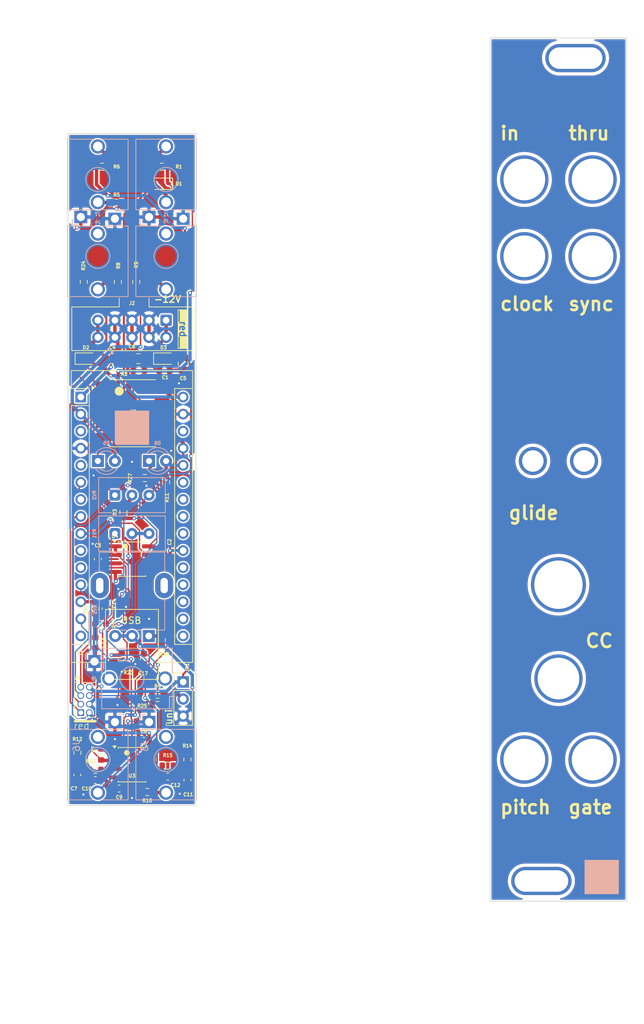
<source format=kicad_pcb>
(kicad_pcb (version 20241229) (generator "pcbnew") (generator_version "9.0")
  (layers (0 "F.Cu" signal) (2 "B.Cu" signal) (13 "F.Paste" user) (15 "B.Paste" user) (5 "F.SilkS" user "F.Silkscreen") (7 "B.SilkS" user "B.Silkscreen") (1 "F.Mask" user) (3 "B.Mask" user) (25 "Edge.Cuts" user))
  (net 0 "")
  (net 1 "B_GND")
  (net 4 "CLOCK2")
  (net 6 "B_+12V")
  (net 10 "B_+5V")
  (net 12 "Net-(C7-Pad1)")
  (net 17 "Net-(J7-PadT)")
  (net 18 "Net-(J7-PadR)")
  (net 19 "B_-12V")
  (net 20 "Net-(D1-A)")
  (net 21 "Net-(D1-K)")
  (net 22 "Net-(J1-PadT)")
  (net 23 "Net-(J3-PadT)")
  (net 25 "Net-(J4-PadT)")
  (net 27 "Net-(J5-PadT)")
  (net 28 "Net-(J6-PadT)")
  (net 31 "Net-(C11-Pad1)")
  (net 32 "MIDI_IN")
  (net 33 "Net-(C13-Pad1)")
  (net 36 "CLOCK")
  (net 37 "Net-(R10-Pad2)")
  (net 38 "Net-(D5-K)")
  (net 39 "Net-(D6-K)")
  (net 41 "Net-(J8-PadT)")
  (net 42 "Net-(R3-Pad2)")
  (net 43 "Net-(U3B-+)")
  (net 44 "Net-(R25-Pad1)")
  (net 46 "GATE")
  (net 47 "PITCH")
  (net 48 "CC")
  (net 49 "+12V")
  (net 50 "-12V")
  (net 51 "Net-(U3A-+)")
  (net 52 "Net-(U4A-+)")
  (net 53 "Net-(U3A--)")
  (net 54 "Net-(U3B--)")
  (net 55 "Net-(U4B--)")
  (net 56 "Net-(U4A--)")
  (net 57 "Net-(R18-Pad1)")
  (net 58 "SLEW_OUT")
  (net 59 "SLEW_IN")
  (net 60 "Net-(JP1-C)")
  (net 61 "EXP1")
  (net 62 "EXP7")
  (net 63 "EXP5")
  (net 64 "EXP3")
  (footprint "Capacitor_SMD:C_0805_2012Metric" (layer "F.Cu") (at 127.955 78.74 180)
    (property "Reference" "C6")
    (property "Value" "10u")
  )
  (footprint "Resistor_SMD:R_0603_1608Metric" (layer "F.Cu") (at 131.445 50.165)
    (property "Reference" "R1")
    (property "Value" "220R")
  )
  (footprint "Diode_SMD:D_SOD-323" (layer "F.Cu") (at 131.826 78.74)
    (property "Reference" "D3")
    (property "Value" "1N5819WS")
  )
  (footprint "Capacitor_SMD:C_0603_1608Metric" (layer "F.Cu") (at 131.445 106.045 90)
    (property "Reference" "C2")
    (property "Value" "100n")
  )
  (footprint "Capacitor_SMD:C_0603_1608Metric" (layer "F.Cu") (at 118.872 140.716 -90)
    (property "Reference" "C7")
    (property "Value" "1n")
  )
  (footprint "Diode_SMD:D_SOD-323" (layer "F.Cu") (at 131.445 52.705 180)
    (property "Reference" "D1")
    (property "Value" "1N4148WS")
  )
  (footprint "Resistor_SMD:R_0603_1608Metric" (layer "F.Cu") (at 124.651 55.499 180)
    (property "Reference" "R5")
    (property "Value" "220R")
  )
  (footprint "Capacitor_SMD:C_0603_1608Metric" (layer "F.Cu") (at 135.255 141.465 -90)
    (property "Reference" "C11")
    (property "Value" "1n")
  )
  (footprint "Resistor_SMD:R_0603_1608Metric" (layer "F.Cu") (at 130.81 128.778)
    (property "Reference" "R4")
    (property "Value" "100k")
  )
  (footprint "Custom:Front_Plate_4hp_cut" (layer "F.Cu") (at 190.5 95.25)
    (property "Reference" "B3" (hide yes))
    (property "Value" "Front_Plate" (hide yes))
    (fp_rect (start -10.16 -64.25) (end 10.16 64.25) (stroke (width 0.1)) (fill no) (layer "Edge.Cuts"))
  )
  (footprint "PCM_kikit:Board" (layer "F.Cu") (at 117.475 47.625)
    (property "Reference" "B")
    (property "Value" "Board")
  )
  (footprint "Diode_SMD:D_SOD-323" (layer "F.Cu") (at 120.142 78.74)
    (property "Reference" "D2")
    (property "Value" "1N5819WS")
  )
  (footprint "Resistor_SMD:R_0603_1608Metric" (layer "F.Cu") (at 122.428 137.668 -90)
    (property "Reference" "R7")
    (property "Value" "1k")
  )
  (footprint "Resistor_SMD:R_0603_1608Metric" (layer "F.Cu") (at 132.08 97.155 90)
    (property "Reference" "R11")
    (property "Value" "1k")
  )
  (footprint "Capacitor_SMD:C_0805_2012Metric" (layer "F.Cu") (at 134.62 79.502 90)
    (property "Reference" "C5")
    (property "Value" "10u")
  )
  (footprint "Custom:DrillHole_D6.00" (layer "F.Cu") (at 195.58 63.5)
    (property "Reference" "H6" (hide yes))
    (property "Value" "6mm")
  )
  (footprint "Resistor_SMD:R_0603_1608Metric" (layer "F.Cu") (at 129.286 143.256 180)
    (property "Reference" "R10")
    (property "Value" "1k")
  )
  (footprint "Resistor_SMD:R_0603_1608Metric" (layer "F.Cu") (at 132.334 139.319)
    (property "Reference" "R15")
    (property "Value" "15k")
  )
  (footprint "Resistor_SMD:R_0603_1608Metric" (layer "F.Cu") (at 118.872 137.414 90)
    (property "Reference" "R12")
    (property "Value" "15k")
  )
  (footprint "Capacitor_SMD:C_0603_1608Metric" (layer "F.Cu") (at 121.539 141.478 180)
    (property "Reference" "C10")
    (property "Value" "1n")
  )
  (footprint "Resistor_SMD:R_0603_1608Metric" (layer "F.Cu") (at 127.635 67.31 -90)
    (property "Reference" "R9")
    (property "Value" "1k")
  )
  (footprint "Capacitor_SMD:C_0603_1608Metric" (layer "F.Cu") (at 132.334 140.97)
    (property "Reference" "C12")
    (property "Value" "1n")
  )
  (footprint "Capacitor_SMD:C_0805_2012Metric" (layer "F.Cu") (at 123.952 78.74)
    (property "Reference" "C4")
    (property "Value" "10u")
  )
  (footprint "Resistor_SMD:R_0603_1608Metric" (layer "F.Cu") (at 135.255 138.417 90)
    (property "Reference" "R14")
    (property "Value" "15k")
  )
  (footprint "Package_SO:SOP-8_6.605x9.655mm_P2.54mm" (layer "F.Cu") (at 127.127 86.868)
    (property "Reference" "U1")
    (property "Value" "6N137")
  )
  (footprint "Package_SO:SOIC-8_3.9x4.9mm_P1.27mm" (layer "F.Cu") (at 127 108.585)
    (property "Reference" "U4")
    (property "Value" "TL072")
  )
  (footprint "PCM_kikit:Board" (layer "F.Cu") (at 180.34 34.29)
    (property "Reference" "F")
    (property "Value" "Board")
  )
  (footprint "Custom:DrillHole_D7.00" (layer "F.Cu") (at 190.5 112.395)
    (property "Reference" "H10" (hide yes))
    (property "Value" "7mm")
  )
  (footprint "Resistor_SMD:R_0603_1608Metric" (layer "F.Cu") (at 131.445 120.65 -90)
    (property "Reference" "R18")
    (property "Value" "100")
  )
  (footprint "Capacitor_SMD:C_0603_1608Metric" (layer "F.Cu") (at 125.095 142.748)
    (property "Reference" "C9")
    (property "Value" "100n")
  )
  (footprint "Resistor_SMD:R_0603_1608Metric" (layer "F.Cu") (at 128.905 96.52 180)
    (property "Reference" "R27")
    (property "Value" "4k7")
  )
  (footprint "Resistor_SMD:R_0603_1608Metric" (layer "F.Cu") (at 121.539 139.954 180)
    (property "Reference" "R13")
    (property "Value" "15k")
  )
  (footprint "Custom:DrillHole_D6.00" (layer "F.Cu") (at 195.58 138.43)
    (property "Reference" "H7" (hide yes))
    (property "Value" "6mm")
  )
  (footprint "Resistor_SMD:R_0603_1608Metric" (layer "F.Cu") (at 122.301 118.237 180)
    (property "Reference" "R17")
    (property "Value" "15k")
  )
  (footprint "Custom:DrillHole_D6.00" (layer "F.Cu") (at 185.42 63.5)
    (property "Reference" "H2" (hide yes))
    (property "Value" "6mm")
  )
  (footprint "Resistor_SMD:R_0603_1608Metric" (layer "F.Cu") (at 122.555 50.165)
    (property "Reference" "R6")
    (property "Value" "220R")
  )
  (footprint "Custom:DrillHole_D6.00" (layer "F.Cu") (at 185.42 138.43)
    (property "Reference" "H4" (hide yes))
    (property "Value" "6mm")
  )
  (footprint "Connector_PinSocket_1.27mm:PinSocket_2x04_P1.27mm_Vertical" (layer "F.Cu") (at 119.38 131.445 180)
    (property "Reference" "J9")
    (property "Value" "Conn_02x04_Odd_Even")
  )
  (footprint "Custom:Board_4hp_100mm" (layer "F.Cu") (at 127 95.25)
    (property "Reference" "B2" (hide yes))
    (property "Value" "Board" (hide yes))
    (fp_rect (start -9.525 -50) (end 9.525 50) (stroke (width 0.1)) (fill no) (layer "Edge.Cuts"))
  )
  (footprint "Custom:IDC-Header_2x05_P2.54mm_Vertical_PinOnly" (layer "F.Cu") (at 132.08 73.025 -90)
    (property "Reference" "J2")
    (property "Value" "EuroPower10_THT")
  )
  (footprint "Capacitor_SMD:C_0603_1608Metric" (layer "F.Cu") (at 131.839 80.518)
    (property "Reference" "C1")
    (property "Value" "100n")
  )
  (footprint "Resistor_SMD:R_0603_1608Metric" (layer "F.Cu") (at 125.476 123.444 -90)
    (property "Reference" "R23")
    (property "Value" "1k")
  )
  (footprint "Capacitor_SMD:C_0603_1608Metric" (layer "F.Cu") (at 121.539 121.031 -90)
    (property "Reference" "C13")
    (property "Value" "1n")
  )
  (footprint "Resistor_SMD:R_0603_1608Metric" (layer "F.Cu") (at 124.905 67.31 -90)
    (property "Reference" "R8")
    (property "Value" "1k")
  )
  (footprint "Capacitor_SMD:C_0603_1608Metric" (layer "F.Cu") (at 128.778 123.444 -90)
    (property "Reference" "C17")
    (property "Value" "10n")
  )
  (footprint "Module:Arduino_Nano" (layer "F.Cu") (at 119.38 84.455)
    (property "Reference" "A1")
    (property "Value" "Arduino_Nano_v3.x")
  )
  (footprint "Resistor_SMD:R_0603_1608Metric" (layer "F.Cu") (at 119.825 67.31 90)
    (property "Reference" "R24")
    (property "Value" "4k7")
  )
  (footprint "Resistor_SMD:R_0603_1608Metric" (layer "F.Cu") (at 125.73 101.6 90)
    (property "Reference" "R3")
    (property "Value" "1M")
  )
  (footprint "Capacitor_SMD:C_0603_1608Metric" (layer "F.Cu") (at 123.063 115.951 90)
    (property "Reference" "C14")
    (property "Value" "1n")
  )
  (footprint "Custom:DrillHole_D6.00" (layer "F.Cu") (at 190.5 126.365)
    (property "Reference" "H3" (hide yes))
    (property "Value" "6mm")
  )
  (footprint "Resistor_SMD:R_0603_1608Metric" (layer "F.Cu") (at 128.016 80.518)
    (property "Reference" "R2")
    (property "Value" "10k")
  )
  (footprint "Custom:DrillHole_D3.00" (layer "F.Cu") (at 194.31 93.98)
    (property "Reference" "H9" (hide yes))
    (property "Value" "3mm")
  )
  (footprint "Custom:DrillHole_D6.00" (layer "F.Cu") (at 185.42 52.07)
    (property "Reference" "H1" (hide yes))
    (property "Value" "6mm")
  )
  (footprint "Connector_PinHeader_2.54mm:PinHeader_1x03_P2.54mm_Vertical" (layer "F.Cu") (at 134.62 126.873)
    (property "Reference" "JP1")
    (property "Value" "Jumper_3_Bridged12")
  )
  (footprint "Resistor_SMD:R_0603_1608Metric" (layer "F.Cu") (at 130.81 130.302 180)
    (property "Reference" "R25")
    (property "Value" "100k")
  )
  (footprint "Capacitor_SMD:C_0603_1608Metric" (layer "F.Cu") (at 128.765 135.636 180)
    (property "Reference" "C8")
    (property "Value" "100n")
  )
  (footprint "Custom:DrillHole_D6.00" (layer "F.Cu") (at 195.58 52.07)
    (property "Reference" "H5" (hide yes))
    (property "Value" "6mm")
  )
  (footprint "Package_SO:SOIC-8_3.9x4.9mm_P1.27mm" (layer "F.Cu") (at 127 139.192)
    (property "Reference" "U3")
    (property "Value" "TL072")
  )
  (footprint "Capacitor_SMD:C_0603_1608Metric" (layer "F.Cu") (at 121.92 108.585 -90)
    (property "Reference" "C3")
    (property "Value" "100n")
  )
  (footprint "Custom:DrillHole_D3.00" (layer "F.Cu") (at 186.69 93.98)
    (property "Reference" "H8" (hide yes))
    (property "Value" "3mm")
  )
  (footprint "Resistor_SMD:R_0603_1608Metric" (layer "F.Cu") (at 121.539 115.951 90)
    (property "Reference" "R16")
    (property "Value" "15k")
  )
  (footprint "LED_THT:LED_D3.0mm" (layer "B.Cu") (at 129.54 93.98)
    (property "Reference" "D6")
    (property "Value" "LED")
  )
  (footprint "Potentiometer_THT:Potentiometer_Vishay_T93XA_Horizontal" (layer "B.Cu") (at 124.46 104.775)
    (property "Reference" "RV1")
    (property "Value" "20k")
  )
  (footprint "Potentiometer_THT:Potentiometer_Vishay_T93XA_Horizontal" (layer "B.Cu") (at 124.46 99.06)
    (property "Reference" "RV2")
    (property "Value" "100k")
  )
  (footprint "Custom:Jack_3.5mm_QingPu_WQP-PJ398SM_Vertical_CircularHoles_R" (layer "B.Cu") (at 132.08 138.43 180)
    (property "Reference" "J3")
    (property "Value" "Pitch")
  )
  (footprint "EuroRackTools:Potentiometer_Alpha_RD901F-40-00D_Single_Vertical" (layer "B.Cu") (at 129.5 120.025 90)
    (property "Reference" "RV5")
    (property "Value" "A100k")
  )
  (footprint "Custom:Jack_3.5mm_QingPu_WQP-PJ398SM_Vertical_CircularHoles_L" (layer "B.Cu") (at 132.08 63.5 180)
    (property "Reference" "J5")
    (property "Value" "Clock2")
  )
  (footprint "LED_THT:LED_D3.0mm" (layer "B.Cu") (at 121.92 93.98)
    (property "Reference" "D5")
    (property "Value" "LED")
  )
  (footprint "Custom:Jack_3.5mm_QingPu_WQP-PJ366ST_Vertical_CircularHoles_L" (layer "B.Cu") (at 132.08 52.07)
    (property "Reference" "J1")
    (property "Value" "MIDI In")
  )
  (footprint "Custom:Jack_3.5mm_QingPu_WQP-PJ366ST_Vertical_CircularHoles_L" (layer "B.Cu") (at 121.92 52.07)
    (property "Reference" "J7")
    (property "Value" "MIDI Through")
  )
  (footprint "Custom:Jack_3.5mm_QingPu_WQP-PJ398SM_Vertical_CircularHoles_L" (layer "B.Cu") (at 121.92 63.5 180)
    (property "Reference" "J4")
    (property "Value" "Clock")
  )
  (footprint "Custom:Jack_3.5mm_QingPu_WQP-PJ398SM_Vertical_CircularHoles_L" (layer "B.Cu") (at 121.92 138.43 180)
    (property "Reference" "J6")
    (property "Value" "Gate")
  )
  (footprint "Custom:Jack_3.5mm_QingPu_WQP-PJ398SM_Vertical_CircularHoles_L" (layer "B.Cu") (at 127 126.365 -90)
    (property "Reference" "J8")
    (property "Value" "CC")
  )
  (gr_rect (start 118.43 132.588) (end 121.666 132.842) (stroke (width 0.1)) (fill yes) (layer "F.SilkS"))
  (gr_line (start 132.08 132.9055) (end 132.08 133.2865) (stroke (width 0.1)) (layer "F.SilkS"))
  (gr_line (start 132.588 129.032) (end 133.35 129.032) (stroke (width 0.1)) (layer "F.SilkS"))
  (gr_line (start 132.588 130.8735) (end 132.588 129.032) (stroke (width 0.1)) (layer "F.SilkS"))
  (gr_circle (center 125.095 83.58779) (end 125.095 84.201) (stroke (width 0.1)) (fill yes) (layer "F.SilkS"))
  (gr_circle (center 126.238 137.414) (end 126.492 137.16) (stroke (width 0.1)) (fill yes) (layer "F.SilkS"))
  (gr_circle (center 125.984 106.68) (end 125.73 106.426) (stroke (width 0.1)) (fill yes) (layer "F.SilkS"))
  (gr_line (start 132.08 133.35) (end 133.35 133.35) (stroke (width 0.1)) (layer "F.SilkS"))
  (gr_rect (start 124.5 86.527) (end 129.5 91.527) (stroke (width 0.1)) (fill yes) (layer "B.SilkS"))
  (gr_rect (start 194.437 153.416) (end 199.437 158.416) (stroke (width 0.1)) (fill yes) (layer "B.SilkS"))
  (gr_text "red" (at 118.237 133.985 0) (layer "F.SilkS") (effects (font (size 1 1) (thickness 0.1)) (justify left bottom)))
  (gr_text "in" (at 181.61 46.355 0) (layer "F.SilkS") (effects (font (size 2 2) (thickness 0.4) (bold yes)) (justify left bottom)))
  (gr_text "gate" (at 191.77 146.685 0) (layer "F.SilkS") (effects (font (size 2 2) (thickness 0.4) (bold yes)) (justify left bottom)))
  (gr_text "glide" (at 182.88 102.87 0) (layer "F.SilkS") (effects (font (size 2 2) (thickness 0.4) (bold yes)) (justify left bottom)))
  (gr_text "thru" (at 191.77 46.355 0) (layer "F.SilkS") (effects (font (size 2 2) (thickness 0.4) (bold yes)) (justify left bottom)))
  (gr_text "clock" (at 181.61 71.755 0) (layer "F.SilkS") (effects (font (size 2 2) (thickness 0.4) (bold yes)) (justify left bottom)))
  (gr_text "pitch" (at 181.61 146.685 0) (layer "F.SilkS") (effects (font (size 2 2) (thickness 0.4) (bold yes)) (justify left bottom)))
  (gr_text "uni" (at 133.096 133.35 90) (layer "F.SilkS") (effects (font (size 1 1) (thickness 0.2) (bold yes)) (justify left bottom)))
  (gr_text "sync" (at 191.77 71.755 0) (layer "F.SilkS") (effects (font (size 2 2) (thickness 0.4) (bold yes)) (justify left bottom)))
  (gr_text "CC" (at 194.31 121.92 0) (layer "F.SilkS") (effects (font (size 2 2) (thickness 0.4) (bold yes)) (justify left bottom)))
  (segment (start 129.54 73.025) (end 129.54 75.565) (width 0.5) (layer "F.Cu") (net 1))
  (segment (start 127 73.025) (end 127 75.565) (width 0.5) (layer "F.Cu") (net 1))
  (segment (start 127.005 75.57) (end 127 75.565) (width 0.5) (layer "F.Cu") (net 1))
  (segment (start 127.508 124.206) (end 128.765 124.206) (width 0.2) (layer "F.Cu") (net 1))
  (segment (start 123.063 115.176) (end 123.063 114.935) (width 0.5) (layer "F.Cu") (net 1))
  (segment (start 128.765 124.206) (end 128.778 124.219) (width 0.2) (layer "F.Cu") (net 1))
  (segment (start 124.902 78.74) (end 124.902 76.007) (width 0.5) (layer "F.Cu") (net 1))
  (segment (start 127.005 78.74) (end 127.005 75.57) (width 0.5) (layer "F.Cu") (net 1))
  (segment (start 123.063 114.935) (end 124.968 113.03) (width 0.5) (layer "F.Cu") (net 1))
  (segment (start 124.46 73.025) (end 124.46 75.565) (width 0.5) (layer "F.Cu") (net 1))
  (segment (start 124.902 76.007) (end 124.46 75.565) (width 0.5) (layer "F.Cu") (net 1))
  (via (at 126.111 115.697) (size 0.6) (drill 0.3) (layers "F.Cu" "B.Cu") (net 1))
  (via (at 129.159 97.663) (size 0.6) (drill 0.3) (layers "F.Cu" "B.Cu") (net 1))
  (via (at 121.158 106.299) (size 0.6) (drill 0.3) (layers "F.Cu" "B.Cu") (net 1))
  (via (at 134.112 143.51) (size 0.6) (drill 0.3) (layers "F.Cu" "B.Cu") (net 1))
  (via (at 127.508 124.206) (size 0.6) (drill 0.3) (layers "F.Cu" "B.Cu") (net 1))
  (via (at 132.842 92.456) (size 0.6) (drill 0.3) (layers "F.Cu" "B.Cu") (net 1))
  (via (at 125.476 125.349) (size 0.6) (drill 0.3) (layers "F.Cu" "B.Cu") (net 1))
  (via (at 124.968 113.03) (size 0.6) (drill 0.3) (layers "F.Cu" "B.Cu") (net 1))
  (via (at 124.841 130.302) (size 0.6) (drill 0.3) (layers "F.Cu" "B.Cu") (net 1))
  (via (at 133.985 82.423) (size 0.6) (drill 0.3) (layers "F.Cu" "B.Cu") (net 1))
  (via (at 121.285 96.139) (size 0.6) (drill 0.3) (layers "F.Cu" "B.Cu") (net 1))
  (via (at 129.54 117.475) (size 0.6) (drill 0.3) (layers "F.Cu" "B.Cu") (net 1))
  (via (at 124.46 135.382) (size 0.6) (drill 0.3) (layers "F.Cu" "B.Cu") (net 1))
  (via (at 119.761 143.637) (size 0.6) (drill 0.3) (layers "F.Cu" "B.Cu") (net 1))
  (via (at 127 94.107) (size 0.6) (drill 0.3) (layers "F.Cu" "B.Cu") (net 1))
  (via (at 127 144.145) (size 0.6) (drill 0.3) (layers "F.Cu" "B.Cu") (net 1))
  (segment (start 124.89 113.108) (end 124.89 114.476) (width 0.2) (layer "B.Cu") (net 1))
  (segment (start 124.89 114.476) (end 126.111 115.697) (width 0.2) (layer "B.Cu") (net 1))
  (segment (start 125.095 133.477) (end 128.905 133.477) (width 0.5) (layer "B.Cu") (net 1))
  (segment (start 128.905 133.477) (end 129.54 132.842) (width 0.5) (layer "B.Cu") (net 1))
  (segment (start 124.968 113.03) (end 124.89 113.108) (width 0.2) (layer "B.Cu") (net 1))
  (segment (start 124.46 132.842) (end 125.095 133.477) (width 0.5) (layer "B.Cu") (net 1))
  (segment (start 128.27 76.9908) (end 128.27 68.77) (width 0.2) (layer "F.Cu") (net 4))
  (segment (start 128.27 68.77) (end 127.635 68.135) (width 0.2) (layer "F.Cu") (net 4))
  (via (at 128.27 76.9908) (size 0.6) (drill 0.3) (layers "F.Cu" "B.Cu") (net 4))
  (segment (start 124.46 93.98) (end 124.46 92.075) (width 0.5) (layer "B.Cu") (net 4))
  (segment (start 118.11 83.6817) (end 118.11 85.725) (width 0.5) (layer "B.Cu") (net 4))
  (segment (start 128.27 76.9908) (end 124.3042 76.9908) (width 0.5) (layer "B.Cu") (net 4))
  (segment (start 124.3042 76.9908) (end 118.129 83.166) (width 0.5) (layer "B.Cu") (net 4))
  (segment (start 118.11 85.725) (end 119.38 86.995) (width 0.5) (layer "B.Cu") (net 4))
  (segment (start 118.129 83.166) (end 118.129 83.6627) (width 0.5) (layer "B.Cu") (net 4))
  (segment (start 124.46 92.075) (end 119.38 86.995) (width 0.5) (layer "B.Cu") (net 4))
  (segment (start 118.129 83.6627) (end 118.11 83.6817) (width 0.5) (layer "B.Cu") (net 4))
  (segment (start 128.1753 98.5144) (end 128.1753 101.8168) (width 0.2) (layer "F.Cu") (net 6))
  (segment (start 123.19 93.0052) (end 123.19 97.79) (width 0.2) (layer "F.Cu") (net 6))
  (segment (start 129.475 135.701) (end 129.475 137.287) (width 0.5) (layer "F.Cu") (net 6))
  (segment (start 130.6667 105.4883) (end 129.475 106.68) (width 0.2) (layer "F.Cu") (net 6))
  (segment (start 122.1588 91.974) (end 123.19 93.0052) (width 0.2) (layer "F.Cu") (net 6))
  (segment (start 119.9182 79.5662) (end 122.1758 79.5662) (width 0.5) (layer "F.Cu") (net 6))
  (segment (start 121.3179 80.9659) (end 121.3179 91.6019) (width 0.2) (layer "F.Cu") (net 6))
  (segment (start 129.54 134.4585) (end 129.54 135.636) (width 0.5) (layer "F.Cu") (net 6))
  (segment (start 128.1753 101.8168) (end 130.6667 104.3082) (width 0.2) (layer "F.Cu") (net 6))
  (segment (start 123.19 97.79) (end 124.46 99.06) (width 0.2) (layer "F.Cu") (net 6))
  (segment (start 123.002 80.457) (end 123.825 81.28) (width 0.5) (layer "F.Cu") (net 6))
  (segment (start 131.445 106.82) (end 129.615 106.82) (width 0.5) (layer "F.Cu") (net 6))
  (segment (start 121.69 91.974) (end 122.1588 91.974) (width 0.2) (layer "F.Cu") (net 6))
  (segment (start 119.9182 79.5662) (end 121.3179 80.9659) (width 0.2) (layer "F.Cu") (net 6))
  (segment (start 130.6667 104.3082) (end 130.6667 105.4883) (width 0.2) (layer "F.Cu") (net 6))
  (segment (start 129.54 135.636) (end 129.475 135.701) (width 0.5) (layer "F.Cu") (net 6))
  (segment (start 119.9182 79.5662) (end 119.092 78.74) (width 0.5) (layer "F.Cu") (net 6))
  (segment (start 126.365 97.5961) (end 127.257 97.5961) (width 0.2) (layer "F.Cu") (net 6))
  (segment (start 122.1758 79.5662) (end 123.002 78.74) (width 0.5) (layer "F.Cu") (net 6))
  (segment (start 127.257 97.5961) (end 128.1753 98.5144) (width 0.2) (layer "F.Cu") (net 6))
  (segment (start 123.002 78.74) (end 123.002 80.457) (width 0.5) (layer "F.Cu") (net 6))
  (segment (start 121.3179 91.6019) (end 121.69 91.974) (width 0.2) (layer "F.Cu") (net 6))
  (segment (start 129.615 106.82) (end 129.475 106.68) (width 0.5) (layer "F.Cu") (net 6))
  (via (at 129.54 134.4585) (size 0.6) (drill 0.3) (layers "F.Cu" "B.Cu") (net 6))
  (via (at 123.825 81.28) (size 0.6) (drill 0.3) (layers "F.Cu" "B.Cu") (net 6))
  (via (at 126.365 97.5961) (size 0.6) (drill 0.3) (layers "F.Cu" "B.Cu") (net 6))
  (segment (start 123.825 81.28) (end 124.46 81.28) (width 0.5) (layer "B.Cu") (net 6))
  (segment (start 120.65 131.6471) (end 120.65 131.445) (width 0.2) (layer "B.Cu") (net 6))
  (segment (start 120.65 131.572) (end 120.65 131.445) (width 0.5) (layer "B.Cu") (net 6))
  (segment (start 118.1415 104.4191) (end 118.1415 131.6817) (width 0.2) (layer "B.Cu") (net 6))
  (segment (start 118.7176 132.2578) (end 120.0393 132.2578) (width 0.2) (layer "B.Cu") (net 6))
  (segment (start 125.9239 97.5961) (end 124.46 99.06) (width 0.2) (layer "B.Cu") (net 6))
  (segment (start 127.635 84.455) (end 134.62 84.455) (width 0.5) (layer "B.Cu") (net 6))
  (segment (start 123.5365 134.4585) (end 120.65 131.572) (width 0.5) (layer "B.Cu") (net 6))
  (segment (start 118.1415 131.6817) (end 118.7176 132.2578) (width 0.2) (layer "B.Cu") (net 6))
  (segment (start 119.0556 103.505) (end 118.1415 104.4191) (width 0.2) (layer "B.Cu") (net 6))
  (segment (start 124.46 81.28) (end 127.635 84.455) (width 0.5) (layer "B.Cu") (net 6))
  (segment (start 120.0393 132.2578) (end 120.65 131.6471) (width 0.2) (layer "B.Cu") (net 6))
  (segment (start 120.015 103.505) (end 119.0556 103.505) (width 0.2) (layer "B.Cu") (net 6))
  (segment (start 129.54 134.4585) (end 123.5365 134.4585) (width 0.5) (layer "B.Cu") (net 6))
  (segment (start 126.365 97.5961) (end 125.9239 97.5961) (width 0.2) (layer "B.Cu") (net 6))
  (segment (start 124.46 99.06) (end 120.015 103.505) (width 0.2) (layer "B.Cu") (net 6))
  (segment (start 135.763 109.37024) (end 135.771 109.37824) (width 0.3) (layer "F.Cu") (net 10))
  (segment (start 135.763 97.63976) (end 135.763 99.21024) (width 0.3) (layer "F.Cu") (net 10))
  (segment (start 135.763 114.45024) (end 135.771 114.45824) (width 0.3) (layer "F.Cu") (net 10))
  (segment (start 135.763 106.83024) (end 135.771 106.83824) (width 0.3) (layer "F.Cu") (net 10))
  (segment (start 135.771 105.25176) (end 135.763 105.25976) (width 0.3) (layer "F.Cu") (net 10))
  (segment (start 135.763 101.75024) (end 135.771 101.75824) (width 0.3) (layer "F.Cu") (net 10))
  (segment (start 135.771 116.99824) (end 135.771 117.95176) (width 0.3) (layer "F.Cu") (net 10))
  (segment (start 135.636 94.00324) (end 135.771 94.13824) (width 0.3) (layer "F.Cu") (net 10))
  (segment (start 133.35 89.027) (end 133.369 89.046) (width 0.5) (layer "F.Cu") (net 10))
  (segment (start 133.078 84.659) (end 133.35 84.931) (width 0.5) (layer "F.Cu") (net 10))
  (segment (start 135.771 119.53824) (end 135.771 120.49176) (width 0.3) (layer "F.Cu") (net 10))
  (segment (start 133.078 84.625708) (end 133.078 84.659) (width 0.5) (layer "F.Cu") (net 10))
  (segment (start 135.771 109.37824) (end 135.771 110.33176) (width 0.3) (layer "F.Cu") (net 10))
  (segment (start 135.763 112.87976) (end 135.763 114.45024) (width 0.3) (layer "F.Cu") (net 10))
  (segment (start 135.763 116.99024) (end 135.771 116.99824) (width 0.3) (layer "F.Cu") (net 10))
  (segment (start 135.763 105.25976) (end 135.763 106.83024) (width 0.3) (layer "F.Cu") (net 10))
  (segment (start 135.771 112.87176) (end 135.763 112.87976) (width 0.3) (layer "F.Cu") (net 10))
  (segment (start 135.771 110.33176) (end 135.763 110.33976) (width 0.3) (layer "F.Cu") (net 10))
  (segment (start 135.763 104.29024) (end 135.771 104.29824) (width 0.3) (layer "F.Cu") (net 10))
  (segment (start 135.763 107.79976) (end 135.763 109.37024) (width 0.3) (layer "F.Cu") (net 10))
  (segment (start 135.771 104.29824) (end 135.771 105.25176) (width 0.3) (layer "F.Cu") (net 10))
  (segment (start 135.763 120.49976) (end 135.763 124.5783) (width 0.3) (layer "F.Cu") (net 10))
  (segment (start 134.101818 90.786) (end 134.101818 90.794818) (width 0.5) (layer "F.Cu") (net 10))
  (segment (start 135.763 99.21024) (end 135.771 99.21824) (width 0.3) (layer "F.Cu") (net 10))
  (segment (start 133.369 89.046) (end 133.369 90.053182) (width 0.5) (layer "F.Cu") (net 10))
  (segment (start 135.771 94.13824) (end 135.771 95.09176) (width 0.3) (layer "F.Cu") (net 10))
  (segment (start 135.771 99.21824) (end 135.771 100.17176) (width 0.3) (layer "F.Cu") (net 10))
  (segment (start 131.064 80.518) (end 131.064 82.645) (width 0.5) (layer "F.Cu") (net 10))
  (segment (start 135.771 95.09176) (end 135.763 95.09976) (width 0.3) (layer "F.Cu") (net 10))
  (segment (start 134.62 125.7213) (end 134.62 126.873) (width 0.3) (layer "F.Cu") (net 10))
  (segment (start 135.763 110.33976) (end 135.763 111.91024) (width 0.3) (layer "F.Cu") (net 10))
  (segment (start 131.064 82.645) (end 131.477 83.058) (width 0.5) (layer "F.Cu") (net 10))
  (segment (start 135.771 97.63176) (end 135.763 97.63976) (width 0.3) (layer "F.Cu") (net 10))
  (segment (start 135.763 95.09976) (end 135.763 96.67024) (width 0.3) (layer "F.Cu") (net 10))
  (segment (start 135.771 106.83824) (end 135.771 107.79176) (width 0.3) (layer "F.Cu") (net 10))
  (segment (start 135.763 119.53024) (end 135.771 119.53824) (width 0.3) (layer "F.Cu") (net 10))
  (segment (start 135.763 124.5783) (end 134.62 125.7213) (width 0.3) (layer "F.Cu") (net 10))
  (segment (start 135.763 117.95976) (end 135.763 119.53024) (width 0.3) (layer "F.Cu") (net 10))
  (segment (start 135.771 100.17176) (end 135.763 100.17976) (width 0.3) (layer "F.Cu") (net 10))
  (segment (start 131.064 80.518) (end 131.064 79.498) (width 0.3) (layer "F.Cu") (net 10))
  (segment (start 135.763 96.67024) (end 135.771 96.67824) (width 0.3) (layer "F.Cu") (net 10))
  (segment (start 134.62 92.075) (end 134.62 92.985654) (width 0.3) (layer "F.Cu") (net 10))
  (segment (start 123.385 54.4856) (end 121.73 52.8306) (width 0.5) (layer "F.Cu") (net 10))
  (segment (start 121.73 52.8306) (end 121.73 50.165) (width 0.5) (layer "F.Cu") (net 10))
  (segment (start 134.101818 90.794818) (end 134.62 91.313) (width 0.5) (layer "F.Cu") (net 10))
  (segment (start 130.683 80.518) (end 131.064 80.518) (width 0.3) (layer "F.Cu") (net 10))
  (segment (start 128.905 78.74) (end 130.683 80.518) (width 0.3) (layer "F.Cu") (net 10))
  (segment (start 131.064 79.498) (end 134.8876 75.6744) (width 0.3) (layer "F.Cu") (net 10))
  (segment (start 128.841 80.518) (end 128.841 78.804) (width 0.3) (layer "F.Cu") (net 10))
  (segment (start 135.771 107.79176) (end 135.763 107.79976) (width 0.3) (layer "F.Cu") (net 10))
  (segment (start 135.771 120.49176) (end 135.763 120.49976) (width 0.3) (layer "F.Cu") (net 10))
  (segment (start 135.763 100.17976) (end 135.763 101.75024) (width 0.3) (layer "F.Cu") (net 10))
  (segment (start 133.35 84.931) (end 133.35 89.027) (width 0.5) (layer "F.Cu") (net 10))
  (segment (start 135.771 115.41176) (end 135.763 115.41976) (width 0.3) (layer "F.Cu") (net 10))
  (segment (start 135.763 111.91024) (end 135.771 111.91824) (width 0.3) (layer "F.Cu") (net 10))
  (segment (start 134.62 91.313) (end 134.62 92.075) (width 0.5) (layer "F.Cu") (net 10))
  (segment (start 134.62 92.985654) (end 135.636 94.001654) (width 0.3) (layer "F.Cu") (net 10))
  (segment (start 135.771 114.45824) (end 135.771 115.41176) (width 0.3) (layer "F.Cu") (net 10))
  (segment (start 135.771 96.67824) (end 135.771 97.63176) (width 0.3) (layer "F.Cu") (net 10))
  (segment (start 135.763 115.41976) (end 135.763 116.99024) (width 0.3) (layer "F.Cu") (net 10))
  (segment (start 135.636 94.001654) (end 135.636 94.00324) (width 0.3) (layer "F.Cu") (net 10))
  (segment (start 132.674292 84.222) (end 133.078 84.625708) (width 0.5) (layer "F.Cu") (net 10))
  (segment (start 134.8876 75.6744) (end 134.8876 59.3555) (width 0.3) (layer "F.Cu") (net 10))
  (segment (start 135.771 102.71176) (end 135.763 102.71976) (width 0.3) (layer "F.Cu") (net 10))
  (segment (start 133.369 90.053182) (end 134.101818 90.786) (width 0.5) (layer "F.Cu") (net 10))
  (segment (start 128.841 78.804) (end 128.905 78.74) (width 0.3) (layer "F.Cu") (net 10))
  (segment (start 132.641 84.222) (end 132.674292 84.222) (width 0.5) (layer "F.Cu") (net 10))
  (segment (start 135.771 101.75824) (end 135.771 102.71176) (width 0.3) (layer "F.Cu") (net 10))
  (segment (start 131.477 83.058) (end 132.641 84.222) (width 0.5) (layer "F.Cu") (net 10))
  (segment (start 135.771 111.91824) (end 135.771 112.87176) (width 0.3) (layer "F.Cu") (net 10))
  (segment (start 135.771 117.95176) (end 135.763 117.95976) (width 0.3) (layer "F.Cu") (net 10))
  (segment (start 135.763 102.71976) (end 135.763 104.29024) (width 0.3) (layer "F.Cu") (net 10))
  (via (at 123.385 54.4856) (size 0.6) (drill 0.3) (layers "F.Cu" "B.Cu") (net 10))
  (via (at 134.8876 59.3555) (size 0.6) (drill 0.3) (layers "F.Cu" "B.Cu") (net 10))
  (segment (start 132.158948 128.27) (end 133.436 126.992948) (width 0.5) (layer "B.Cu") (net 10))
  (segment (start 133.436 126.992948) (end 133.436 126.9053) (width 0.5) (layer "B.Cu") (net 10))
  (segment (start 133.4683 126.873) (end 134.62 126.873) (width 0.5) (layer "B.Cu") (net 10))
  (segment (start 134.8101 59.278) (end 133.381948 59.278) (width 0.5) (layer "B.Cu") (net 10))
  (segment (start 121.359918 128.27) (end 132.158948 128.27) (width 0.5) (layer "B.Cu") (net 10))
  (segment (start 134.8876 59.3555) (end 134.8101 59.278) (width 0.5) (layer "B.Cu") (net 10))
  (segment (start 133.381948 59.278) (end 131.064 56.960052) (width 0.5) (layer "B.Cu") (net 10))
  (segment (start 130.564 56.015) (end 129.0346 54.4856) (width 0.5) (layer "B.Cu") (net 10))
  (segment (start 130.564 56.077948) (end 130.564 56.015) (width 0.5) (layer "B.Cu") (net 10))
  (segment (start 121.043918 127.954) (end 121.359918 128.27) (width 0.5) (layer "B.Cu") (net 10))
  (segment (start 129.0346 54.4856) (end 123.385 54.4856) (width 0.5) (layer "B.Cu") (net 10))
  (segment (start 120.969 127.954) (end 121.043918 127.954) (width 0.5) (layer "B.Cu") (net 10))
  (segment (start 120.65 127.635) (end 120.969 127.954) (width 0.5) (layer "B.Cu") (net 10))
  (segment (start 131.064 56.960052) (end 131.064 56.577948) (width 0.5) (layer "B.Cu") (net 10))
  (segment (start 133.436 126.9053) (end 133.4683 126.873) (width 0.5) (layer "B.Cu") (net 10))
  (segment (start 131.064 56.577948) (end 130.564 56.077948) (width 0.5) (layer "B.Cu") (net 10))
  (segment (start 120.714 139.954) (end 118.885 139.954) (width 0.5) (layer "F.Cu") (net 12))
  (segment (start 118.872 139.941) (end 118.872 138.239) (width 0.5) (layer "F.Cu") (net 12))
  (segment (start 118.885 139.954) (end 118.872 139.941) (width 0.5) (layer "F.Cu") (net 12))
  (segment (start 123.38 48.61) (end 123.38 50.165) (width 0.5) (layer "F.Cu") (net 17))
  (segment (start 121.92 47.15) (end 123.38 48.61) (width 0.5) (layer "F.Cu") (net 17))
  (segment (start 123.826 55.499) (end 121.969 55.499) (width 0.5) (layer "F.Cu") (net 18))
  (segment (start 121.969 55.499) (end 121.92 55.45) (width 0.5) (layer "F.Cu") (net 18))
  (segment (start 125.87 142.748) (end 125.87 142.442) (width 0.5) (layer "F.Cu") (net 19))
  (segment (start 124.7352 141.3071) (end 124.525 141.097) (width 0.2) (layer "F.Cu") (net 19))
  (segment (start 133.064 78.552) (end 132.876 78.74) (width 0.5) (layer "F.Cu") (net 19))
  (segment (start 134.62 78.552) (end 135.8024 79.7344) (width 0.3) (layer "F.Cu") (net 19))
  (segment (start 122.187 109.36) (end 121.92 109.36) (width 0.5) (layer "F.Cu") (net 19))
  (segment (start 121.8503 125.7872) (end 121.8503 127.7047) (width 0.2) (layer "F.Cu") (net 19))
  (segment (start 124.5925 111.8612) (end 124.525 111.7937) (width 0.5) (layer "F.Cu") (net 19))
  (segment (start 124.525 111.7937) (end 124.525 110.49) (width 0.5) (layer "F.Cu") (net 19))
  (segment (start 124.7352 141.3072) (end 124.7352 141.3071) (width 0.5) (layer "F.Cu") (net 19))
  (segment (start 121.8503 127.7047) (end 120.65 128.905) (width 0.2) (layer "F.Cu") (net 19))
  (segment (start 126.4028 139.6395) (end 124.7352 141.3071) (width 0.2) (layer "F.Cu") (net 19))
  (segment (start 135.8024 79.7344) (end 135.8024 93.2474) (width 0.3) (layer "F.Cu") (net 19))
  (segment (start 124.525 110.49) (end 123.317 110.49) (width 0.5) (layer "F.Cu") (net 19))
  (segment (start 134.62 78.552) (end 133.064 78.552) (width 0.5) (layer "F.Cu") (net 19))
  (segment (start 126.4028 132.7271) (end 126.4028 139.6395) (width 0.2) (layer "F.Cu") (net 19))
  (segment (start 123.317 110.49) (end 122.187 109.36) (width 0.5) (layer "F.Cu") (net 19))
  (segment (start 122.6287 125.0088) (end 121.8503 125.7872) (width 0.2) (layer "F.Cu") (net 19))
  (segment (start 122.6287 119.597) (end 122.6287 125.0088) (width 0.2) (layer "F.Cu") (net 19))
  (segment (start 122.3969 119.3652) (end 122.6287 119.597) (width 0.2) (layer "F.Cu") (net 19))
  (segment (start 125.87 142.442) (end 124.7352 141.3072) (width 0.5) (layer "F.Cu") (net 19))
  (via (at 135.8024 93.2474) (size 0.6) (drill 0.3) (layers "F.Cu" "B.Cu") (net 19))
  (via (at 126.4028 132.7271) (size 0.6) (drill 0.3) (layers "F.Cu" "B.Cu") (net 19))
  (via (at 124.5925 111.8612) (size 0.6) (drill 0.3) (layers "F.Cu" "B.Cu") (net 19))
  (via (at 122.3969 119.3652) (size 0.6) (drill 0.3) (layers "F.Cu" "B.Cu") (net 19))
  (segment (start 129.54 99.06) (end 125.7874 102.8126) (width 0.2) (layer "B.Cu") (net 19))
  (segment (start 124.5571 111.8966) (end 124.5571 111.9169) (width 0.2) (layer "B.Cu") (net 19))
  (segment (start 124.3346 117.4275) (end 122.3969 119.3652) (width 0.2) (layer "B.Cu") (net 19))
  (segment (start 125.7874 110.6663) (end 124.5925 111.8612) (width 0.2) (layer "B.Cu") (net 19))
  (segment (start 124.3339 115.873) (end 124.3346 115.8737) (width 0.2) (layer "B.Cu") (net 19))
  (segment (start 125.7874 102.8126) (end 125.7874 110.6663) (width 0.2) (layer "B.Cu") (net 19))
  (segment (start 132.715 95.885) (end 129.54 99.06) (width 0.3) (layer "B.Cu") (net 19))
  (segment (start 135.8024 93.2474) (end 135.8024 95.2106) (width 0.3) (layer "B.Cu") (net 19))
  (segment (start 125.4684 128.905) (end 120.65 128.905) (width 0.2) (layer "B.Cu") (net 19))
  (segment (start 128.1206 132.0655) (end 128.1206 131.5572) (width 0.2) (layer "B.Cu") (net 19))
  (segment (start 124.3339 112.1401) (end 124.3339 115.873) (width 0.2) (layer "B.Cu") (net 19))
  (segment (start 124.5925 111.8612) (end 124.5571 111.8966) (width 0.2) (layer "B.Cu") (net 19))
  (segment (start 124.5571 111.9169) (end 124.3339 112.1401) (width 0.2) (layer "B.Cu") (net 19))
  (segment (start 126.4028 132.7271) (end 127.459 132.7271) (width 0.2) (layer "B.Cu") (net 19))
  (segment (start 135.8024 95.2106) (end 135.128 95.885) (width 0.3) (layer "B.Cu") (net 19))
  (segment (start 135.128 95.885) (end 132.715 95.885) (width 0.3) (layer "B.Cu") (net 19))
  (segment (start 127.459 132.7271) (end 128.1206 132.0655) (width 0.2) (layer "B.Cu") (net 19))
  (segment (start 128.1206 131.5572) (end 125.4684 128.905) (width 0.2) (layer "B.Cu") (net 19))
  (segment (start 124.3346 115.8737) (end 124.3346 117.4275) (width 0.2) (layer "B.Cu") (net 19))
  (segment (start 122.777 88.138) (end 125.7884 85.1266) (width 0.3) (layer "F.Cu") (net 20))
  (segment (start 125.7884 85.1266) (end 125.7884 57.3116) (width 0.3) (layer "F.Cu") (net 20))
  (segment (start 130.395 52.705) (end 132.08 54.39) (width 0.5) (layer "F.Cu") (net 20))
  (segment (start 125.7884 57.3116) (end 130.395 52.705) (width 0.3) (layer "F.Cu") (net 20))
  (segment (start 132.08 54.39) (end 132.08 55.45) (width 0.5) (layer "F.Cu") (net 20))
  (segment (start 136.0001 68.5969) (end 136.0001 56.2101) (width 0.2) (layer "F.Cu") (net 21))
  (segment (start 136.0001 56.2101) (end 132.495 52.705) (width 0.2) (layer "F.Cu") (net 21))
  (segment (start 124.9536 83.7074) (end 124.9536 80.5635) (width 0.5) (layer "F.Cu") (net 21))
  (segment (start 132.27 52.48) (end 132.27 50.165) (width 0.5) (layer "F.Cu") (net 21))
  (segment (start 123.063 85.598) (end 124.9536 83.7074) (width 0.5) (layer "F.Cu") (net 21))
  (segment (start 122.777 85.598) (end 123.063 85.598) (width 0.5) (layer "F.Cu") (net 21))
  (segment (start 135.636 68.961) (end 136.0001 68.5969) (width 0.2) (layer "F.Cu") (net 21))
  (segment (start 132.495 52.705) (end 132.27 52.48) (width 0.5) (layer "F.Cu") (net 21))
  (via (at 124.9536 80.5635) (size 0.6) (drill 0.3) (layers "F.Cu" "B.Cu") (net 21))
  (via (at 135.636 68.961) (size 0.6) (drill 0.3) (layers "F.Cu" "B.Cu") (net 21))
  (segment (start 135.636 78.9244) (end 133.9969 80.5635) (width 0.5) (layer "B.Cu") (net 21))
  (segment (start 133.9969 80.5635) (end 124.9536 80.5635) (width 0.5) (layer "B.Cu") (net 21))
  (segment (start 135.636 68.961) (end 135.636 78.9244) (width 0.5) (layer "B.Cu") (net 21))
  (segment (start 130.62 50.165) (end 130.62 48.61) (width 0.5) (layer "F.Cu") (net 22))
  (segment (start 130.62 48.61) (end 132.08 47.15) (width 0.5) (layer "F.Cu") (net 22))
  (segment (start 130.205 143.35) (end 130.111 143.256) (width 0.5) (layer "F.Cu") (net 23))
  (segment (start 132.08 143.35) (end 130.205 143.35) (width 0.5) (layer "F.Cu") (net 23))
  (segment (start 123.855 66.485) (end 124.905 66.485) (width 0.5) (layer "F.Cu") (net 25))
  (segment (start 121.92 68.42) (end 123.855 66.485) (width 0.5) (layer "F.Cu") (net 25))
  (segment (start 127.635 66.485) (end 130.145 66.485) (width 0.5) (layer "F.Cu") (net 27))
  (segment (start 130.145 66.485) (end 132.08 68.42) (width 0.5) (layer "F.Cu") (net 27))
  (segment (start 130.2577 124.1008) (end 130.2577 124.5284) (width 0.2) (layer "F.Cu") (net 28))
  (segment (start 133.4648 99.3648) (end 133.4648 120.8937) (width 0.2) (layer "F.Cu") (net 28))
  (segment (start 133.4648 120.8937) (end 130.2577 124.1008) (width 0.2) (layer "F.Cu") (net 28))
  (segment (start 132.08 97.98) (end 133.4648 99.3648) (width 0.2) (layer "F.Cu") (net 28))
  (segment (start 128.9796 125.8065) (end 128.9796 129.2379) (width 0.2) (layer "F.Cu") (net 28))
  (segment (start 130.2577 124.5284) (end 128.9796 125.8065) (width 0.2) (layer "F.Cu") (net 28))
  (via (at 128.9796 129.2379) (size 0.6) (drill 0.3) (layers "F.Cu" "B.Cu") (net 28))
  (segment (start 121.92 143.35) (end 121.92 143.2212) (width 0.3) (layer "B.Cu") (net 28))
  (segment (start 131.064 131.3223) (end 128.9796 129.2379) (width 0.3) (layer "B.Cu") (net 28))
  (segment (start 130.664 134.463473) (end 131.064 134.063473) (width 0.3) (layer "B.Cu") (net 28))
  (segment (start 121.92 143.2212) (end 130.664 134.4772) (width 0.3) (layer "B.Cu") (net 28))
  (segment (start 131.064 134.063473) (end 131.064 131.3223) (width 0.3) (layer "B.Cu") (net 28))
  (segment (start 130.664 134.4772) (end 130.664 134.463473) (width 0.3) (layer "B.Cu") (net 28))
  (segment (start 135.178 139.319) (end 135.255 139.242) (width 0.5) (layer "F.Cu") (net 31))
  (segment (start 133.159 139.319) (end 135.178 139.319) (width 0.5) (layer "F.Cu") (net 31))
  (segment (start 135.255 140.69) (end 135.255 139.242) (width 0.5) (layer "F.Cu") (net 31))
  (segment (start 131.6211 98.731) (end 131.571226 98.731) (width 0.3) (layer "F.Cu") (net 32))
  (segment (start 130.39184 91.954) (end 130.32113 91.954) (width 0.3) (layer "F.Cu") (net 32))
  (segment (start 132.5851 99.695) (end 131.6211 98.731) (width 0.3) (layer "F.Cu") (net 32))
  (segment (start 132.588 99.6979) (end 132.588 99.695) (width 0.3) (layer "F.Cu") (net 32))
  (segment (start 132.6696 107.315) (end 132.6696 99.7795) (width 0.3) (layer "F.Cu") (net 32))
  (segment (start 132.6696 99.7795) (end 132.588 99.6979) (width 0.3) (layer "F.Cu") (net 32))
  (segment (start 131.254 98.3639) (end 130.81 97.9199) (width 0.3) (layer "F.Cu") (net 32))
  (segment (start 130.81 97.9199) (end 130.81 92.37216) (width 0.3) (layer "F.Cu") (net 32))
  (segment (start 129.976 89.639) (end 131.477 88.138) (width 0.3) (layer "F.Cu") (net 32))
  (segment (start 130.429 110.49) (end 129.475 110.49) (width 0.5) (layer "F.Cu") (net 32))
  (segment (start 127.191 83.852) (end 131.477 88.138) (width 0.2) (layer "F.Cu") (net 32))
  (segment (start 130.32113 91.954) (end 129.976 91.60887) (width 0.3) (layer "F.Cu") (net 32))
  (segment (start 129.976 91.60887) (end 129.976 89.639) (width 0.3) (layer "F.Cu") (net 32))
  (segment (start 131.571226 98.731) (end 131.254 98.413774) (width 0.3) (layer "F.Cu") (net 32))
  (segment (start 130.81 92.37216) (end 130.39184 91.954) (width 0.3) (layer "F.Cu") (net 32))
  (segment (start 131.254 98.413774) (end 131.254 98.3639) (width 0.3) (layer "F.Cu") (net 32))
  (segment (start 132.6696 107.315) (end 132.6696 108.2494) (width 0.5) (layer "F.Cu") (net 32))
  (segment (start 132.6696 108.2494) (end 130.429 110.49) (width 0.5) (layer "F.Cu") (net 32))
  (segment (start 127.191 80.518) (end 127.191 83.852) (width 0.2) (layer "F.Cu") (net 32))
  (segment (start 132.588 99.695) (end 132.5851 99.695) (width 0.3) (layer "F.Cu") (net 32))
  (via (at 132.6696 107.315) (size 0.6) (drill 0.3) (layers "F.Cu" "B.Cu") (net 32))
  (segment (start 132.6696 107.315) (end 134.62 107.315) (width 0.5) (layer "B.Cu") (net 32))
  (segment (start 121.539 120.256) (end 121.476 120.193) (width 0.5) (layer "F.Cu") (net 33))
  (segment (start 121.476 120.193) (end 121.476 118.237) (width 0.5) (layer "F.Cu") (net 33))
  (segment (start 121.476 116.839) (end 121.476 118.237) (width 0.5) (layer "F.Cu") (net 33))
  (segment (start 121.539 116.776) (end 121.476 116.839) (width 0.5) (layer "F.Cu") (net 33))
  (segment (start 123.19 69.85) (end 124.905 68.135) (width 0.3) (layer "F.Cu") (net 36))
  (segment (start 123.4325 77.664) (end 123.19 77.4215) (width 0.3) (layer "F.Cu") (net 36))
  (segment (start 123.19 77.4215) (end 123.19 69.85) (width 0.3) (layer "F.Cu") (net 36))
  (segment (start 123.8643 80.01) (end 123.8643 78.0958) (width 0.3) (layer "F.Cu") (net 36))
  (segment (start 123.853 78.00913) (end 123.50787 77.664) (width 0.3) (layer "F.Cu") (net 36))
  (segment (start 123.50787 77.664) (end 123.4325 77.664) (width 0.3) (layer "F.Cu") (net 36))
  (segment (start 123.8643 78.0958) (end 123.853 78.0845) (width 0.3) (layer "F.Cu") (net 36))
  (segment (start 123.853 78.0845) (end 123.853 78.00913) (width 0.3) (layer "F.Cu") (net 36))
  (via (at 123.8643 80.01) (size 0.6) (drill 0.3) (layers "F.Cu" "B.Cu") (net 36))
  (segment (start 123.8643 80.01) (end 119.4193 84.455) (width 0.5) (layer "B.Cu") (net 36))
  (segment (start 119.4193 84.455) (end 119.38 84.455) (width 0.5) (layer "B.Cu") (net 36))
  (segment (start 128.1185 142.9135) (end 128.1185 139.4895) (width 0.2) (layer "F.Cu") (net 37))
  (segment (start 127.0045 132.4779) (end 127.0045 136.5105) (width 0.2) (layer "F.Cu") (net 37))
  (segment (start 128.461 143.256) (end 128.1185 142.9135) (width 0.2) (layer "F.Cu") (net 37))
  (segment (start 127.0045 136.5105) (end 129.051 138.557) (width 0.2) (layer "F.Cu") (net 37))
  (segment (start 126.8923 132.3657) (end 127.0045 132.4779) (width 0.2) (layer "F.Cu") (net 37))
  (segment (start 126.8649 123.4795) (end 126.8923 123.5069) (width 0.2) (layer "F.Cu") (net 37))
  (segment (start 128.1185 139.4895) (end 129.051 138.557) (width 0.2) (layer "F.Cu") (net 37))
  (segment (start 129.051 138.557) (end 129.475 138.557) (width 0.2) (layer "F.Cu") (net 37))
  (segment (start 126.8923 123.5069) (end 126.8923 132.3657) (width 0.2) (layer "F.Cu") (net 37))
  (via (at 126.8649 123.4795) (size 0.6) (drill 0.3) (layers "F.Cu" "B.Cu") (net 37))
  (segment (start 123.6252 123.4795) (end 121.7951 121.6494) (width 0.2) (layer "B.Cu") (net 37))
  (segment (start 126.7298 123.4795) (end 123.6252 123.4795) (width 0.2) (layer "B.Cu") (net 37))
  (segment (start 126.8649 123.4795) (end 126.8649 123.6146) (width 0.2) (layer "B.Cu") (net 37))
  (segment (start 123.9329 116.8274) (end 123.9329 105.3021) (width 0.2) (layer "B.Cu") (net 37))
  (segment (start 121.7951 118.9652) (end 123.9329 116.8274) (width 0.2) (layer "B.Cu") (net 37))
  (segment (start 121.7951 121.6494) (end 121.7951 118.9652) (width 0.2) (layer "B.Cu") (net 37))
  (segment (start 123.9329 105.3021) (end 124.46 104.775) (width 0.2) (layer "B.Cu") (net 37))
  (segment (start 126.8649 123.6146) (end 126.7298 123.4795) (width 0.2) (layer "B.Cu") (net 37))
  (segment (start 121.92 92.7783) (end 120.9162 91.7745) (width 0.2) (layer "F.Cu") (net 38))
  (segment (start 121.92 93.98) (end 121.92 92.7783) (width 0.2) (layer "F.Cu") (net 38))
  (segment (start 118.4474 69.5126) (end 119.825 68.135) (width 0.2) (layer "F.Cu") (net 38))
  (segment (start 120.9162 83.1477) (end 118.4474 80.6789) (width 0.2) (layer "F.Cu") (net 38))
  (segment (start 118.4474 80.6789) (end 118.4474 69.5126) (width 0.2) (layer "F.Cu") (net 38))
  (segment (start 120.9162 91.7745) (end 120.9162 83.1477) (width 0.2) (layer "F.Cu") (net 38))
  (segment (start 129.73 96.52) (end 129.73 94.17) (width 0.5) (layer "F.Cu") (net 39))
  (segment (start 129.73 94.17) (end 129.54 93.98) (width 0.5) (layer "F.Cu") (net 39))
  (segment (start 125.2155 122.8795) (end 125.476 122.619) (width 0.5) (layer "F.Cu") (net 41))
  (segment (start 123.9376 122.8795) (end 125.2155 122.8795) (width 0.5) (layer "F.Cu") (net 41))
  (via (at 123.9376 122.8795) (size 0.6) (drill 0.3) (layers "F.Cu" "B.Cu") (net 41))
  (segment (start 131.92 126.365) (end 128.4345 122.8795) (width 0.2) (layer "B.Cu") (net 41))
  (segment (start 128.4345 122.8795) (end 123.9376 122.8795) (width 0.2) (layer "B.Cu") (net 41))
  (segment (start 127 99.505) (end 125.73 100.775) (width 0.5) (layer "F.Cu") (net 42))
  (segment (start 127 99.06) (end 127 99.505) (width 0.5) (layer "F.Cu") (net 42))
  (segment (start 131.509 140.51) (end 131.509 139.319) (width 0.5) (layer "F.Cu") (net 43))
  (segment (start 131.304 140.715) (end 131.559 140.97) (width 0.2) (layer "F.Cu") (net 43))
  (segment (start 129.475 141.097) (end 130.922 141.097) (width 0.5) (layer "F.Cu") (net 43))
  (segment (start 130.922 141.097) (end 131.304 140.715) (width 0.5) (layer "F.Cu") (net 43))
  (segment (start 131.304 140.715) (end 131.509 140.51) (width 0.5) (layer "F.Cu") (net 43))
  (segment (start 130.8594 124.3499) (end 130.8594 125.4928) (width 0.2) (layer "F.Cu") (net 44))
  (segment (start 130.8176 129.4846) (end 131.635 130.302) (width 0.2) (layer "F.Cu") (net 44))
  (segment (start 130.8176 127.6476) (end 130.8176 129.4846) (width 0.2) (layer "F.Cu") (net 44))
  (segment (start 130.5533 125.7989) (end 130.5533 127.3833) (width 0.2) (layer "F.Cu") (net 44))
  (segment (start 130.5533 127.3833) (end 130.8176 127.6476) (width 0.2) (layer "F.Cu") (net 44))
  (segment (start 130.8594 125.4928) (end 130.5533 125.7989) (width 0.2) (layer "F.Cu") (net 44))
  (via (at 130.8594 124.3499) (size 0.6) (drill 0.3) (layers "F.Cu" "B.Cu") (net 44))
  (segment (start 127.0576 104.8326) (end 127 104.775) (width 0.2) (layer "B.Cu") (net 44))
  (segment (start 125.1956 117.6284) (end 127.0576 115.7664) (width 0.2) (layer "B.Cu") (net 44))
  (segment (start 123.19 119.217757) (end 124.779357 117.6284) (width 0.2) (layer "B.Cu") (net 44))
  (segment (start 127.0576 115.7664) (end 127.0576 104.8326) (width 0.2) (layer "B.Cu") (net 44))
  (segment (start 124.9253 122.1695) (end 123.19 120.4342) (width 0.2) (layer "B.Cu") (net 44))
  (segment (start 123.19 120.4342) (end 123.19 119.217757) (width 0.2) (layer "B.Cu") (net 44))
  (segment (start 129.54 104.775) (end 127 104.775) (width 0.5) (layer "B.Cu") (net 44))
  (segment (start 130.8594 124.3499) (end 128.679 122.1695) (width 0.2) (layer "B.Cu") (net 44))
  (segment (start 128.679 122.1695) (end 124.9253 122.1695) (width 0.2) (layer "B.Cu") (net 44))
  (segment (start 124.779357 117.6284) (end 125.1956 117.6284) (width 0.2) (layer "B.Cu") (net 44))
  (segment (start 132.08 93.98) (end 132.08 96.33) (width 0.5) (layer "F.Cu") (net 46))
  (segment (start 132.715 94.615) (end 132.08 93.98) (width 0.5) (layer "B.Cu") (net 46))
  (segment (start 134.62 94.615) (end 132.715 94.615) (width 0.5) (layer "B.Cu") (net 46))
  (segment (start 122.452 127.508) (end 122.452 130.7769) (width 0.2) (layer "F.Cu") (net 47))
  (segment (start 122.452 130.7769) (end 118.872 134.3569) (width 0.2) (layer "F.Cu") (net 47))
  (segment (start 118.872 134.3569) (end 118.872 136.589) (width 0.2) (layer "F.Cu") (net 47))
  (via (at 122.452 127.508) (size 0.6) (drill 0.3) (layers "F.Cu" "B.Cu") (net 47))
  (segment (start 120.8834 121.9741) (end 120.8834 114.8624) (width 0.2) (layer "B.Cu") (net 47))
  (segment (start 120.1943 125.6129) (end 120.1943 122.6632) (width 0.2) (layer "B.Cu") (net 47))
  (segment (start 119.38 113.359) (end 119.38 112.395) (width 0.2) (layer "B.Cu") (net 47))
  (segment (start 122.452 127.508) (end 122.0894 127.508) (width 0.2) (layer "B.Cu") (net 47))
  (segment (start 120.1943 122.6632) (end 120.8834 121.9741) (width 0.2) (layer "B.Cu") (net 47))
  (segment (start 122.0894 127.508) (end 120.1943 125.6129) (width 0.2) (layer "B.Cu") (net 47))
  (segment (start 120.8834 114.8624) (end 119.38 113.359) (width 0.2) (layer "B.Cu") (net 47))
  (segment (start 119.38 114.935) (end 121.348 114.935) (width 0.5) (layer "F.Cu") (net 48))
  (segment (start 121.348 114.935) (end 121.539 115.126) (width 0.5) (layer "F.Cu") (net 48))
  (segment (start 121.285 76.2) (end 121.92 75.565) (width 0.5) (layer "F.Cu") (net 49))
  (segment (start 121.285 78.647) (end 121.285 76.2) (width 0.5) (layer "F.Cu") (net 49))
  (segment (start 121.192 78.74) (end 121.285 78.647) (width 0.5) (layer "F.Cu") (net 49))
  (segment (start 121.92 73.025) (end 121.92 75.565) (width 0.5) (layer "F.Cu") (net 49))
  (segment (start 132.08 73.025) (end 132.08 75.565) (width 0.5) (layer "F.Cu") (net 50))
  (segment (start 130.776 76.869) (end 130.776 78.74) (width 0.5) (layer "F.Cu") (net 50))
  (segment (start 132.08 75.565) (end 130.776 76.869) (width 0.5) (layer "F.Cu") (net 50))
  (segment (start 122.364 141.428) (end 122.314 141.478) (width 0.5) (layer "F.Cu") (net 51))
  (segment (start 122.364 139.954) (end 124.398 139.954) (width 0.5) (layer "F.Cu") (net 51))
  (segment (start 124.398 139.954) (end 124.525 139.827) (width 0.5) (layer "F.Cu") (net 51))
  (segment (start 122.364 139.954) (end 122.364 141.428) (width 0.5) (layer "F.Cu") (net 51))
  (segment (start 124.2205 117.1425) (end 124.2205 115.8086) (width 0.2) (layer "F.Cu") (net 52))
  (segment (start 126.091 114.1048) (end 126.091 109.7281) (width 0.2) (layer "F.Cu") (net 52))
  (segment (start 123.126 118.237) (end 123.063 118.174) (width 0.5) (layer "F.Cu") (net 52))
  (segment (start 123.063 118.174) (end 123.063 116.726) (width 0.5) (layer "F.Cu") (net 52))
  (segment (start 125.5829 109.22) (end 124.525 109.22) (width 0.2) (layer "F.Cu") (net 52))
  (segment (start 124.508 115.5211) (end 124.6747 115.5211) (width 0.2) (layer "F.Cu") (net 52))
  (segment (start 123.126 118.237) (end 124.2205 117.1425) (width 0.2) (layer "F.Cu") (net 52))
  (segment (start 124.2205 115.8086) (end 124.508 115.5211) (width 0.2) (layer "F.Cu") (net 52))
  (segment (start 126.091 109.7281) (end 125.5829 109.22) (width 0.2) (layer "F.Cu") (net 52))
  (segment (start 124.6747 115.5211) (end 126.091 114.1048) (width 0.2) (layer "F.Cu") (net 52))
  (segment (start 124.525 138.557) (end 122.492 138.557) (width 0.5) (layer "F.Cu") (net 53))
  (segment (start 124.9888 125.8778) (end 124.986 125.875) (width 0.2) (layer "F.Cu") (net 53))
  (segment (start 123.2983 124.1873) (end 123.2983 119.4672) (width 0.2) (layer "F.Cu") (net 53))
  (segment (start 122.428 138.493) (end 120.5452 136.6102) (width 0.2) (layer "F.Cu") (net 53))
  (segment (start 125.8249 102.5199) (end 125.73 102.425) (width 0.5) (layer "F.Cu") (net 53))
  (segment (start 122.492 138.557) (end 122.428 138.493) (width 0.5) (layer "F.Cu") (net 53))
  (segment (start 124.9888 128.9418) (end 124.9888 125.8778) (width 0.2) (layer "F.Cu") (net 53))
  (segment (start 124.986 125.875) (end 124.986 125.799184) (width 0.2) (layer "F.Cu") (net 53))
  (segment (start 124.986 125.799184) (end 124.185816 124.999) (width 0.2) (layer "F.Cu") (net 53))
  (segment (start 124.11 124.999) (end 123.2983 124.1873) (width 0.2) (layer "F.Cu") (net 53))
  (segment (start 120.5452 133.3854) (end 124.9888 128.9418) (width 0.2) (layer "F.Cu") (net 53))
  (segment (start 124.5361 118.2294) (end 125.0283 118.2294) (width 0.2) (layer "F.Cu") (net 53))
  (segment (start 120.5452 136.6102) (end 120.5452 133.3854) (width 0.2) (layer "F.Cu") (net 53))
  (segment (start 127.3146 102.5199) (end 125.8249 102.5199) (width 0.5) (layer "F.Cu") (net 53))
  (segment (start 124.185816 124.999) (end 124.11 124.999) (width 0.2) (layer "F.Cu") (net 53))
  (segment (start 123.2983 119.4672) (end 124.5361 118.2294) (width 0.2) (layer "F.Cu") (net 53))
  (via (at 127.3146 102.5199) (size 0.6) (drill 0.3) (layers "F.Cu" "B.Cu") (net 53))
  (via (at 125.0283 118.2294) (size 0.6) (drill 0.3) (layers "F.Cu" "B.Cu") (net 53))
  (segment (start 125.6106 118.2294) (end 127.508 116.332) (width 0.2) (layer "B.Cu") (net 53))
  (segment (start 127.508 116.332) (end 127.508 109.3161) (width 0.2) (layer "B.Cu") (net 53))
  (segment (start 127.508 109.3161) (end 130.7069 106.1172) (width 0.2) (layer "B.Cu") (net 53))
  (segment (start 130.7069 106.1172) (end 130.7069 104.3293) (width 0.2) (layer "B.Cu") (net 53))
  (segment (start 130.7069 104.3293) (end 128.8975 102.5199) (width 0.2) (layer "B.Cu") (net 53))
  (segment (start 125.0283 118.2294) (end 125.6106 118.2294) (width 0.2) (layer "B.Cu") (net 53))
  (segment (start 128.8975 102.5199) (end 127.3146 102.5199) (width 0.2) (layer "B.Cu") (net 53))
  (segment (start 130.7523 138.9196) (end 129.8449 139.827) (width 0.2) (layer "F.Cu") (net 54))
  (segment (start 130.81 131.127) (end 130.81 134.3872) (width 0.2) (layer "F.Cu") (net 54))
  (segment (start 129.985 130.302) (end 130.81 131.127) (width 0.2) (layer "F.Cu") (net 54))
  (segment (start 130.81 134.3872) (end 130.6962 134.501) (width 0.2) (layer "F.Cu") (net 54))
  (segment (start 130.6962 134.501) (end 130.6962 136.046) (width 0.2) (layer "F.Cu") (net 54))
  (segment (start 130.6962 136.046) (end 130.7523 136.1021) (width 0.2) (layer "F.Cu") (net 54))
  (segment (start 129.985 130.302) (end 129.985 128.778) (width 0.5) (layer "F.Cu") (net 54))
  (segment (start 130.7523 136.1021) (end 130.7523 138.9196) (width 0.2) (layer "F.Cu") (net 54))
  (segment (start 129.8449 139.827) (end 129.475 139.827) (width 0.2) (layer "F.Cu") (net 54))
  (segment (start 128.1267 106.9857) (end 128.1267 104.3082) (width 0.2) (layer "F.Cu") (net 55))
  (segment (start 127.0635 103.245) (end 125.328 103.245) (width 0.2) (layer "F.Cu") (net 55))
  (segment (start 128.1267 104.3082) (end 127.0635 103.245) (width 0.2) (layer "F.Cu") (net 55))
  (segment (start 129.475 107.95) (end 129.091 107.95) (width 0.2) (layer "F.Cu") (net 55))
  (segment (start 124.6951 56.4118) (end 125.476 55.6309) (width 0.5) (layer "F.Cu") (net 55))
  (segment (start 118.4763 85.5834) (end 118.0457 85.1528) (width 0.2) (layer "F.Cu") (net 55))
  (segment (start 118.0457 85.1528) (end 118.0457 59.9878) (width 0.2) (layer "F.Cu") (net 55))
  (segment (start 125.476 55.6309) (end 125.476 55.499) (width 0.5) (layer "F.Cu") (net 55))
  (segment (start 129.475 109.22) (end 129.475 107.95) (width 0.5) (layer "F.Cu") (net 55))
  (segment (start 120.5145 86.491) (end 119.6069 85.5834) (width 0.2) (layer "F.Cu") (net 55))
  (segment (start 120.5145 98.4315) (end 120.5145 86.491) (width 0.2) (layer "F.Cu") (net 55))
  (segment (start 118.0457 59.9878) (end 118.805 59.2285) (width 0.2) (layer "F.Cu") (net 55))
  (segment (start 119.6069 85.5834) (end 118.4763 85.5834) (width 0.2) (layer "F.Cu") (net 55))
  (segment (start 125.328 103.245) (end 120.5145 98.4315) (width 0.2) (layer "F.Cu") (net 55))
  (segment (start 129.091 107.95) (end 128.1267 106.9857) (width 0.2) (layer "F.Cu") (net 55))
  (via (at 118.805 59.2285) (size 0.6) (drill 0.3) (layers "F.Cu" "B.Cu") (net 55))
  (via (at 124.6951 56.4118) (size 0.6) (drill 0.3) (layers "F.Cu" "B.Cu") (net 55))
  (segment (start 120.5103 59.2285) (end 123.327 56.4118) (width 0.2) (layer "B.Cu") (net 55))
  (segment (start 123.327 56.4118) (end 124.6951 56.4118) (width 0.2) (layer "B.Cu") (net 55))
  (segment (start 118.805 59.2285) (end 120.5103 59.2285) (width 0.2) (layer "B.Cu") (net 55))
  (segment (start 125.749 108.819) (end 126.492 109.562) (width 0.2) (layer "F.Cu") (net 56))
  (segment (start 124.968 115.7949) (end 124.968 115.9173) (width 0.2) (layer "F.Cu") (net 56))
  (segment (start 125.75 116.6993) (end 125.75 120.5044) (width 0.2) (layer "F.Cu") (net 56))
  (segment (start 124.525 106.68) (end 124.525 107.95) (width 0.5) (layer "F.Cu") (net 56))
  (segment (start 125.75 120.5044) (end 126.2649 121.0193) (width 0.2) (layer "F.Cu") (net 56))
  (segment (start 126.492 114.2709) (end 124.968 115.7949) (width 0.2) (layer "F.Cu") (net 56))
  (segment (start 126.2649 123.4801) (end 125.476 124.269) (width 0.2) (layer "F.Cu") (net 56))
  (segment (start 124.968 115.9173) (end 125.75 116.6993) (width 0.2) (layer "F.Cu") (net 56))
  (segment (start 125.740968 108.819) (end 125.749 108.819) (width 0.2) (layer "F.Cu") (net 56))
  (segment (start 124.525 107.95) (end 124.621032 108.046032) (width 0.2) (layer "F.Cu") (net 56))
  (segment (start 126.492 109.562) (end 126.492 114.2709) (width 0.2) (layer "F.Cu") (net 56))
  (segment (start 126.2649 121.0193) (end 126.2649 123.4801) (width 0.2) (layer "F.Cu") (net 56))
  (segment (start 124.968 108.046032) (end 125.740968 108.819) (width 0.2) (layer "F.Cu") (net 56))
  (segment (start 124.621032 108.046032) (end 124.968 108.046032) (width 0.2) (layer "F.Cu") (net 56))
  (segment (start 129.5 120.025) (end 131.245 120.025) (width 0.5) (layer "F.Cu") (net 57))
  (segment (start 131.245 120.025) (end 131.445 119.825) (width 0.5) (layer "F.Cu") (net 57))
  (segment (start 135.9925 136.8545) (end 135.9925 127.6952) (width 0.2) (layer "F.Cu") (net 58))
  (segment (start 128.778 122.669) (end 128.778 122.1137) (width 0.2) (layer "F.Cu") (net 58))
  (segment (start 135.255 137.592) (end 135.9925 136.8545) (width 0.2) (layer "F.Cu") (net 58))
  (segment (start 128.778 122.1137) (end 128.2321 121.5678) (width 0.2) (layer "F.Cu") (net 58))
  (via (at 135.9925 127.6952) (size 0.6) (drill 0.3) (layers "F.Cu" "B.Cu") (net 58))
  (via (at 128.2321 121.5678) (size 0.6) (drill 0.3) (layers "F.Cu" "B.Cu") (net 58))
  (segment (start 128.2365 121.5678) (end 128.2321 121.5678) (width 0.2) (layer "B.Cu") (net 58))
  (segment (start 124.5 120.025) (end 127 120.025) (width 0.5) (layer "B.Cu") (net 58))
  (segment (start 128.26 121.285) (end 127 120.025) (width 0.5) (layer "B.Cu") (net 58))
  (segment (start 128.26 121.5443) (end 128.2365 121.5678) (width 0.2) (layer "B.Cu") (net 58))
  (segment (start 135.9925 125.8325) (end 131.7043 121.5443) (width 0.5) (layer "B.Cu") (net 58))
  (segment (start 128.26 121.5443) (end 128.26 121.285) (width 0.5) (layer "B.Cu") (net 58))
  (segment (start 135.9925 127.6952) (end 135.9925 125.8325) (width 0.5) (layer "B.Cu") (net 58))
  (segment (start 131.7043 121.5443) (end 128.26 121.5443) (width 0.5) (layer "B.Cu") (net 58))
  (segment (start 124.081 136.843) (end 124.525 137.287) (width 0.5) (layer "F.Cu") (net 59))
  (segment (start 125.8011 136.0109) (end 124.525 137.287) (width 0.2) (layer "F.Cu") (net 59))
  (segment (start 129.5556 123.3644) (end 131.445 121.475) (width 0.2) (layer "F.Cu") (net 59))
  (segment (start 129.5556 124.6625) (end 129.5556 123.3644) (width 0.2) (layer "F.Cu") (net 59))
  (segment (start 129.1615 124.9716) (end 129.2465 124.9716) (width 0.2) (layer "F.Cu") (net 59))
  (segment (start 126.2923 131.791) (end 125.8011 132.2822) (width 0.2) (layer "F.Cu") (net 59))
  (segment (start 122.428 136.843) (end 124.081 136.843) (width 0.5) (layer "F.Cu") (net 59))
  (segment (start 129.2465 124.9716) (end 129.5556 124.6625) (width 0.2) (layer "F.Cu") (net 59))
  (segment (start 127.4941 131.791) (end 127.4941 126.639) (width 0.2) (layer "F.Cu") (net 59))
  (segment (start 125.8011 132.2822) (end 125.8011 136.0109) (width 0.2) (layer "F.Cu") (net 59))
  (segment (start 127.4941 126.639) (end 129.1615 124.9716) (width 0.2) (layer "F.Cu") (net 59))
  (via (at 126.2923 131.791) (size 0.6) (drill 0.3) (layers "F.Cu" "B.Cu") (net 59))
  (via (at 127.4941 131.791) (size 0.6) (drill 0.3) (layers "F.Cu" "B.Cu") (net 59))
  (segment (start 126.2923 131.791) (end 127.4941 131.791) (width 0.5) (layer "B.Cu") (net 59))
  (segment (start 131.635 128.778) (end 133.985 128.778) (width 0.5) (layer "F.Cu") (net 60))
  (segment (start 133.985 128.778) (end 134.62 129.413) (width 0.5) (layer "F.Cu") (net 60))
  (segment (start 119.1517 98.2567) (end 119.1517 97.3833) (width 0.2) (layer "F.Cu") (net 61))
  (segment (start 117.8252 99.5832) (end 119.1517 98.2567) (width 0.2) (layer "F.Cu") (net 61))
  (segment (start 119.38 131.445) (end 117.8252 129.8902) (width 0.2) (layer "F.Cu") (net 61))
  (segment (start 117.8252 129.8902) (end 117.8252 99.5832) (width 0.2) (layer "F.Cu") (net 61))
  (segment (start 119.1517 97.3833) (end 119.38 97.155) (width 0.2) (layer "F.Cu") (net 61))
  (segment (start 123.5319 115.9286) (end 121.1558 115.9286) (width 0.2) (layer "F.Cu") (net 62))
  (segment (start 125.491 113.77925) (end 125.491 113.9695) (width 0.2) (layer "F.Cu") (net 62))
  (segment (start 126.4559 106.5843) (end 126.4559 108.1133) (width 0.2) (layer "F.Cu") (net 62))
  (segment (start 119.38 122.4533) (end 119.38 127.635) (width 0.2) (layer "F.Cu") (net 62))
  (segment (start 120.6439 116.4405) (end 120.6439 121.1894) (width 0.2) (layer "F.Cu") (net 62))
  (segment (start 125.5883 105.7167) (end 126.4559 106.5843) (width 0.2) (layer "F.Cu") (net 62))
  (segment (start 125.491 113.9695) (end 123.839 115.6215) (width 0.2) (layer "F.Cu") (net 62))
  (segment (start 125.2229 103.6467) (end 125.5883 104.0121) (width 0.2) (layer "F.Cu") (net 62))
  (segment (start 121.1558 115.9286) (end 120.6439 116.4405) (width 0.2) (layer "F.Cu") (net 62))
  (segment (start 123.53711 115.927) (end 123.5335 115.927) (width 0.2) (layer "F.Cu") (net 62))
  (segment (start 123.7836 102.8138) (end 124.6165 103.6467) (width 0.2) (layer "F.Cu") (net 62))
  (segment (start 123.839 115.6215) (end 123.839 115.62511) (width 0.2) (layer "F.Cu") (net 62))
  (segment (start 124.6165 103.6467) (end 125.2229 103.6467) (width 0.2) (layer "F.Cu") (net 62))
  (segment (start 120.6439 121.1894) (end 119.38 122.4533) (width 0.2) (layer "F.Cu") (net 62))
  (segment (start 125.5883 104.0121) (end 125.5883 105.7167) (width 0.2) (layer "F.Cu") (net 62))
  (segment (start 123.839 115.62511) (end 123.53711 115.927) (width 0.2) (layer "F.Cu") (net 62))
  (segment (start 123.5335 115.927) (end 123.5319 115.9286) (width 0.2) (layer "F.Cu") (net 62))
  (via (at 125.491 113.77925) (size 0.6) (drill 0.3) (layers "F.Cu" "B.Cu") (net 62))
  (via (at 123.7836 102.8138) (size 0.6) (drill 0.3) (layers "F.Cu" "B.Cu") (net 62))
  (via (at 126.4559 108.1133) (size 0.6) (drill 0.3) (layers "F.Cu" "B.Cu") (net 62))
  (segment (start 126.4559 112.8794) (end 126.4559 108.1133) (width 0.2) (layer "B.Cu") (net 62))
  (segment (start 121.8224 104.775) (end 123.7836 102.8138) (width 0.5) (layer "B.Cu") (net 62))
  (segment (start 119.38 104.775) (end 121.8224 104.775) (width 0.5) (layer "B.Cu") (net 62))
  (segment (start 125.491 113.77925) (end 125.55605 113.77925) (width 0.2) (layer "B.Cu") (net 62))
  (segment (start 125.55605 113.77925) (end 126.4559 112.8794) (width 0.2) (layer "B.Cu") (net 62))
  (segment (start 119.38 128.905) (end 118.5722 128.0972) (width 0.2) (layer "B.Cu") (net 63))
  (segment (start 119.4999 117.5949) (end 119.38 117.475) (width 0.2) (layer "B.Cu") (net 63))
  (segment (start 118.5722 128.0972) (end 118.5722 122.3809) (width 0.2) (layer "B.Cu") (net 63))
  (segment (start 120.4817 120.4714) (end 120.4817 119.5586) (width 0.2) (layer "B.Cu") (net 63))
  (segment (start 120.4817 119.5586) (end 119.4999 118.5768) (width 0.2) (layer "B.Cu") (net 63))
  (segment (start 118.5722 122.3809) (end 120.4817 120.4714) (width 0.2) (layer "B.Cu") (net 63))
  (segment (start 119.4999 118.5768) (end 119.4999 117.5949) (width 0.2) (layer "B.Cu") (net 63))
  (segment (start 118.237 102.616) (end 118.237 104.2924) (width 0.2) (layer "F.Cu") (net 64))
  (segment (start 118.618 102.235) (end 118.237 102.616) (width 0.2) (layer "F.Cu") (net 64))
  (segment (start 119.38 102.235) (end 118.618 102.235) (width 0.2) (layer "F.Cu") (net 64))
  (segment (start 118.2618 104.3172) (end 118.2618 129.0568) (width 0.2) (layer "F.Cu") (net 64))
  (segment (start 118.237 104.2924) (end 118.2618 104.3172) (width 0.2) (layer "F.Cu") (net 64))
  (segment (start 118.2618 129.0568) (end 119.38 130.175) (width 0.2) (layer "F.Cu") (net 64))
  (zone (net 1) (net_name "B_GND") (layers "F.Cu" "B.Cu") (connect_pads (clearance 0.2)) (min_thickness 0.25) (fill yes (thermal_gap 0.5) (thermal_bridge_width 0.5))
    (polygon (pts (xy 117.475 45.2628) (xy 136.525 45.2628) (xy 136.525 145.2372) (xy 117.475 145.2372)))
  )
  (zone (net 0) (net_name "") (layers "F.Cu" "B.Cu") (priority 1) (connect_pads (clearance 0.5)) (min_thickness 0.25) (fill yes (thermal_gap 0.5) (thermal_bridge_width 0.5) (island_removal_mode 1) (island_area_min 10))
    (polygon (pts (xy 180.34 31.115) (xy 200.66 31.115) (xy 200.66 159.385) (xy 180.34 159.385)))
  )
)
</source>
